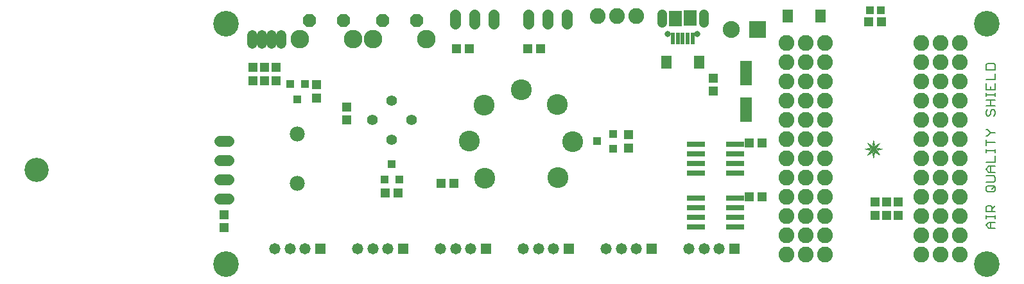
<source format=gts>
G75*
%MOIN*%
%OFA0B0*%
%FSLAX24Y24*%
%IPPOS*%
%LPD*%
%AMOC8*
5,1,8,0,0,1.08239X$1,22.5*
%
%ADD10C,0.1330*%
%ADD11C,0.0080*%
%ADD12C,0.0820*%
%ADD13C,0.0552*%
%ADD14C,0.1080*%
%ADD15R,0.0580X0.0580*%
%ADD16C,0.0580*%
%ADD17R,0.0474X0.0513*%
%ADD18C,0.0530*%
%ADD19C,0.0780*%
%ADD20R,0.0395X0.0434*%
%ADD21R,0.0880X0.0880*%
%ADD22C,0.0880*%
%ADD23R,0.0513X0.0474*%
%ADD24R,0.0395X0.0395*%
%ADD25R,0.0631X0.1261*%
%ADD26C,0.0560*%
%ADD27C,0.0552*%
%ADD28C,0.1261*%
%ADD29R,0.0580X0.0659*%
%ADD30R,0.0237X0.0611*%
%ADD31R,0.0671X0.0828*%
%ADD32C,0.0316*%
%ADD33C,0.0513*%
%ADD34R,0.0434X0.0395*%
%ADD35R,0.0946X0.0316*%
%ADD36OC8,0.0680*%
%ADD37C,0.0965*%
%ADD38C,0.0010*%
D10*
X011250Y002352D03*
X011250Y014852D03*
X050750Y014852D03*
X050750Y002352D03*
D11*
X050850Y004229D02*
X050690Y004389D01*
X050850Y004550D01*
X051170Y004550D01*
X051170Y004745D02*
X051170Y004905D01*
X051170Y004825D02*
X050690Y004825D01*
X050690Y004745D02*
X050690Y004905D01*
X050690Y005089D02*
X050690Y005329D01*
X050770Y005409D01*
X050930Y005409D01*
X051010Y005329D01*
X051010Y005089D01*
X051010Y005249D02*
X051170Y005409D01*
X051170Y005089D02*
X050690Y005089D01*
X050930Y004550D02*
X050930Y004229D01*
X050850Y004229D02*
X051170Y004229D01*
X051090Y006120D02*
X050770Y006120D01*
X050690Y006200D01*
X050690Y006360D01*
X050770Y006440D01*
X051090Y006440D01*
X051170Y006360D01*
X051170Y006200D01*
X051090Y006120D01*
X051010Y006280D02*
X051170Y006440D01*
X051090Y006636D02*
X050690Y006636D01*
X050690Y006956D02*
X051090Y006956D01*
X051170Y006876D01*
X051170Y006716D01*
X051090Y006636D01*
X051170Y007151D02*
X050850Y007151D01*
X050690Y007311D01*
X050850Y007472D01*
X051170Y007472D01*
X051170Y007667D02*
X050690Y007667D01*
X050930Y007472D02*
X050930Y007151D01*
X051170Y007667D02*
X051170Y007987D01*
X051170Y008183D02*
X051170Y008343D01*
X051170Y008263D02*
X050690Y008263D01*
X050690Y008183D02*
X050690Y008343D01*
X050690Y008526D02*
X050690Y008847D01*
X050690Y008686D02*
X051170Y008686D01*
X050770Y009042D02*
X050930Y009202D01*
X051170Y009202D01*
X050930Y009202D02*
X050770Y009362D01*
X050690Y009362D01*
X050690Y009042D02*
X050770Y009042D01*
X050770Y010073D02*
X050850Y010073D01*
X050930Y010153D01*
X050930Y010313D01*
X051010Y010393D01*
X051090Y010393D01*
X051170Y010313D01*
X051170Y010153D01*
X051090Y010073D01*
X050770Y010073D02*
X050690Y010153D01*
X050690Y010313D01*
X050770Y010393D01*
X050690Y010589D02*
X051170Y010589D01*
X050930Y010589D02*
X050930Y010909D01*
X050690Y010909D02*
X051170Y010909D01*
X051170Y011104D02*
X051170Y011265D01*
X051170Y011185D02*
X050690Y011185D01*
X050690Y011265D02*
X050690Y011104D01*
X050690Y011448D02*
X051170Y011448D01*
X051170Y011769D01*
X051170Y011964D02*
X050690Y011964D01*
X050690Y011769D02*
X050690Y011448D01*
X050930Y011448D02*
X050930Y011608D01*
X051170Y011964D02*
X051170Y012284D01*
X051170Y012480D02*
X050690Y012480D01*
X050690Y012720D01*
X050770Y012800D01*
X051090Y012800D01*
X051170Y012720D01*
X051170Y012480D01*
D12*
X049350Y012852D03*
X048350Y012852D03*
X047350Y012852D03*
X047350Y013852D03*
X048350Y013852D03*
X049350Y013852D03*
X049350Y011852D03*
X048350Y011852D03*
X047350Y011852D03*
X047350Y010852D03*
X048350Y010852D03*
X049350Y010852D03*
X049350Y009852D03*
X048350Y009852D03*
X047350Y009852D03*
X047350Y008852D03*
X048350Y008852D03*
X049350Y008852D03*
X049350Y007852D03*
X048350Y007852D03*
X047350Y007852D03*
X047350Y006852D03*
X048350Y006852D03*
X049350Y006852D03*
X049350Y005852D03*
X048350Y005852D03*
X047350Y005852D03*
X047350Y004852D03*
X048350Y004852D03*
X049350Y004852D03*
X049350Y003852D03*
X048350Y003852D03*
X047350Y003852D03*
X047350Y002852D03*
X048350Y002852D03*
X049350Y002852D03*
X042350Y002852D03*
X041350Y002852D03*
X040350Y002852D03*
X040350Y003852D03*
X041350Y003852D03*
X042350Y003852D03*
X042350Y004852D03*
X041350Y004852D03*
X040350Y004852D03*
X040350Y005852D03*
X041350Y005852D03*
X042350Y005852D03*
X042350Y006852D03*
X041350Y006852D03*
X040350Y006852D03*
X040350Y007852D03*
X041350Y007852D03*
X042350Y007852D03*
X042350Y008852D03*
X041350Y008852D03*
X040350Y008852D03*
X040350Y009852D03*
X041350Y009852D03*
X042350Y009852D03*
X042350Y010852D03*
X041350Y010852D03*
X040350Y010852D03*
X040350Y011852D03*
X041350Y011852D03*
X042350Y011852D03*
X042350Y012852D03*
X041350Y012852D03*
X040350Y012852D03*
X040350Y013852D03*
X041350Y013852D03*
X042350Y013852D03*
X032550Y015252D03*
X031550Y015252D03*
X030550Y015252D03*
D13*
X019850Y010856D03*
X018846Y009852D03*
X020854Y009852D03*
X019850Y008848D03*
D14*
X023858Y008785D03*
X024669Y006825D03*
X028477Y006872D03*
X029242Y008719D03*
X028431Y010679D03*
X026583Y011445D03*
X024623Y010633D03*
D15*
X024731Y003152D03*
X020431Y003152D03*
X016131Y003152D03*
X029031Y003152D03*
X033331Y003152D03*
X037631Y003152D03*
D16*
X036844Y003152D03*
X036056Y003152D03*
X035269Y003152D03*
X032544Y003152D03*
X031756Y003152D03*
X030969Y003152D03*
X028244Y003152D03*
X027456Y003152D03*
X026669Y003152D03*
X023944Y003152D03*
X023156Y003152D03*
X022369Y003152D03*
X019644Y003152D03*
X018856Y003152D03*
X018069Y003152D03*
X015344Y003152D03*
X014556Y003152D03*
X013769Y003152D03*
D17*
X011150Y004268D03*
X011150Y004937D03*
X017500Y009868D03*
X017500Y010537D03*
X015950Y011018D03*
X015950Y011687D03*
X013850Y011918D03*
X013250Y011918D03*
X012650Y011918D03*
X012650Y012587D03*
X013250Y012587D03*
X013850Y012587D03*
X032150Y009087D03*
X032150Y008418D03*
X036550Y011368D03*
X036550Y012037D03*
X044950Y005587D03*
X045550Y005587D03*
X046150Y005587D03*
X046150Y004918D03*
X045550Y004918D03*
X044950Y004918D03*
D18*
X014100Y013827D02*
X014100Y014277D01*
X013600Y014277D02*
X013600Y013827D01*
X013100Y013827D02*
X013100Y014277D01*
X012600Y014277D02*
X012600Y013827D01*
D19*
X014950Y009132D03*
X014950Y006573D03*
D20*
X019476Y006759D03*
X020224Y006759D03*
X019850Y007585D03*
X014950Y010919D03*
X014576Y011746D03*
X015324Y011746D03*
D21*
X038850Y014552D03*
D22*
X037472Y014552D03*
D23*
X044615Y014952D03*
X045285Y014952D03*
X027585Y013552D03*
X026915Y013552D03*
X023885Y013552D03*
X023215Y013552D03*
X038415Y008652D03*
X039085Y008652D03*
X039085Y005852D03*
X038415Y005852D03*
X023085Y006552D03*
X022415Y006552D03*
X020185Y006052D03*
X019515Y006052D03*
D24*
X044655Y015552D03*
X045245Y015552D03*
D25*
X038250Y012297D03*
X038250Y010407D03*
D26*
X028950Y014862D02*
X028950Y015342D01*
X027950Y015342D02*
X027950Y014862D01*
X026950Y014862D02*
X026950Y015342D01*
X025150Y015342D02*
X025150Y014862D01*
X024150Y014862D02*
X024150Y015342D01*
X023150Y015342D02*
X023150Y014862D01*
D27*
X011386Y008752D02*
X010914Y008752D01*
X010914Y007752D02*
X011386Y007752D01*
X011386Y006752D02*
X010914Y006752D01*
X010914Y005752D02*
X011386Y005752D01*
D28*
X001400Y007252D03*
D29*
X034104Y012852D03*
X035796Y012852D03*
X040404Y015252D03*
X042096Y015252D03*
D30*
X035462Y014099D03*
X035206Y014099D03*
X034950Y014099D03*
X034694Y014099D03*
X034438Y014099D03*
D31*
X034556Y015148D03*
X035344Y015152D03*
D32*
X035718Y014325D03*
X034182Y014325D03*
D33*
X033857Y014936D02*
X033857Y015369D01*
X036043Y015369D02*
X036043Y014936D01*
D34*
X031344Y009126D03*
X030517Y008752D03*
X031344Y008378D03*
D35*
X035626Y008602D03*
X035626Y008102D03*
X035626Y007602D03*
X035626Y007102D03*
X037674Y007102D03*
X037674Y007602D03*
X037674Y008102D03*
X037674Y008602D03*
X037674Y005802D03*
X037674Y005302D03*
X037674Y004802D03*
X037674Y004302D03*
X035626Y004302D03*
X035626Y004802D03*
X035626Y005302D03*
X035626Y005802D03*
D36*
X021140Y015042D03*
X019360Y015042D03*
X017340Y015042D03*
X015560Y015042D03*
D37*
X015070Y014062D03*
X017830Y014062D03*
X018870Y014062D03*
X021630Y014062D03*
D38*
X044410Y008362D02*
X044640Y008312D01*
X044680Y008362D01*
X044640Y008412D01*
X044410Y008362D01*
X044411Y008362D02*
X044680Y008362D01*
X044673Y008354D02*
X044448Y008354D01*
X044450Y008371D02*
X044673Y008371D01*
X044666Y008379D02*
X044489Y008379D01*
X044487Y008345D02*
X044667Y008345D01*
X044660Y008337D02*
X044526Y008337D01*
X044565Y008328D02*
X044653Y008328D01*
X044646Y008320D02*
X044605Y008320D01*
X044606Y008405D02*
X044646Y008405D01*
X044653Y008396D02*
X044567Y008396D01*
X044528Y008388D02*
X044659Y008388D01*
X044708Y008413D02*
X044994Y008413D01*
X044988Y008405D02*
X044713Y008405D01*
X044718Y008396D02*
X044983Y008396D01*
X044977Y008388D02*
X044724Y008388D01*
X044729Y008379D02*
X044971Y008379D01*
X044966Y008371D02*
X044734Y008371D01*
X044740Y008362D02*
X044960Y008362D01*
X045160Y008662D01*
X044850Y008472D01*
X044550Y008662D01*
X044740Y008362D01*
X044540Y008042D01*
X044850Y008242D01*
X045160Y008052D01*
X044960Y008362D01*
X044965Y008354D02*
X044735Y008354D01*
X044730Y008345D02*
X044971Y008345D01*
X044976Y008337D02*
X044724Y008337D01*
X044719Y008328D02*
X044982Y008328D01*
X044987Y008320D02*
X044714Y008320D01*
X044708Y008311D02*
X044993Y008311D01*
X044998Y008303D02*
X044703Y008303D01*
X044698Y008294D02*
X045004Y008294D01*
X045009Y008286D02*
X044692Y008286D01*
X044687Y008277D02*
X045015Y008277D01*
X045020Y008269D02*
X044682Y008269D01*
X044676Y008260D02*
X045026Y008260D01*
X045031Y008252D02*
X044671Y008252D01*
X044666Y008243D02*
X045037Y008243D01*
X045042Y008235D02*
X044862Y008235D01*
X044876Y008226D02*
X045048Y008226D01*
X045053Y008218D02*
X044890Y008218D01*
X044904Y008209D02*
X045059Y008209D01*
X045064Y008201D02*
X044917Y008201D01*
X044931Y008192D02*
X045070Y008192D01*
X045075Y008184D02*
X044945Y008184D01*
X044959Y008175D02*
X045081Y008175D01*
X045086Y008167D02*
X044973Y008167D01*
X044987Y008158D02*
X045091Y008158D01*
X045097Y008150D02*
X045001Y008150D01*
X045014Y008141D02*
X045102Y008141D01*
X045108Y008133D02*
X045028Y008133D01*
X045042Y008124D02*
X045113Y008124D01*
X045119Y008116D02*
X045056Y008116D01*
X045070Y008107D02*
X045124Y008107D01*
X045130Y008099D02*
X045084Y008099D01*
X045098Y008090D02*
X045135Y008090D01*
X045141Y008082D02*
X045112Y008082D01*
X045125Y008073D02*
X045146Y008073D01*
X045139Y008065D02*
X045152Y008065D01*
X045153Y008056D02*
X045157Y008056D01*
X044891Y008107D02*
X044809Y008107D01*
X044811Y008099D02*
X044889Y008099D01*
X044887Y008090D02*
X044813Y008090D01*
X044815Y008082D02*
X044885Y008082D01*
X044884Y008073D02*
X044816Y008073D01*
X044818Y008065D02*
X044882Y008065D01*
X044880Y008056D02*
X044820Y008056D01*
X044822Y008048D02*
X044878Y008048D01*
X044876Y008039D02*
X044823Y008039D01*
X044825Y008031D02*
X044875Y008031D01*
X044873Y008022D02*
X044827Y008022D01*
X044829Y008014D02*
X044871Y008014D01*
X044869Y008005D02*
X044831Y008005D01*
X044832Y007997D02*
X044868Y007997D01*
X044866Y007988D02*
X044834Y007988D01*
X044836Y007980D02*
X044864Y007980D01*
X044862Y007971D02*
X044838Y007971D01*
X044839Y007963D02*
X044861Y007963D01*
X044859Y007954D02*
X044841Y007954D01*
X044843Y007946D02*
X044857Y007946D01*
X044855Y007937D02*
X044845Y007937D01*
X044847Y007929D02*
X044853Y007929D01*
X044852Y007920D02*
X044848Y007920D01*
X044850Y007912D02*
X044900Y008152D01*
X044850Y008182D01*
X044800Y008152D01*
X044850Y007912D01*
X044808Y008116D02*
X044892Y008116D01*
X044894Y008124D02*
X044806Y008124D01*
X044804Y008133D02*
X044896Y008133D01*
X044898Y008141D02*
X044802Y008141D01*
X044800Y008150D02*
X044900Y008150D01*
X044890Y008158D02*
X044810Y008158D01*
X044825Y008167D02*
X044875Y008167D01*
X044861Y008175D02*
X044839Y008175D01*
X044812Y008218D02*
X044650Y008218D01*
X044655Y008226D02*
X044826Y008226D01*
X044839Y008235D02*
X044660Y008235D01*
X044645Y008209D02*
X044799Y008209D01*
X044786Y008201D02*
X044639Y008201D01*
X044634Y008192D02*
X044773Y008192D01*
X044760Y008184D02*
X044629Y008184D01*
X044623Y008175D02*
X044746Y008175D01*
X044733Y008167D02*
X044618Y008167D01*
X044613Y008158D02*
X044720Y008158D01*
X044707Y008150D02*
X044607Y008150D01*
X044602Y008141D02*
X044694Y008141D01*
X044681Y008133D02*
X044597Y008133D01*
X044591Y008124D02*
X044667Y008124D01*
X044654Y008116D02*
X044586Y008116D01*
X044581Y008107D02*
X044641Y008107D01*
X044628Y008099D02*
X044575Y008099D01*
X044570Y008090D02*
X044615Y008090D01*
X044602Y008082D02*
X044565Y008082D01*
X044560Y008073D02*
X044588Y008073D01*
X044575Y008065D02*
X044554Y008065D01*
X044549Y008056D02*
X044562Y008056D01*
X044549Y008048D02*
X044544Y008048D01*
X044702Y008422D02*
X045000Y008422D01*
X045005Y008430D02*
X044697Y008430D01*
X044691Y008439D02*
X045011Y008439D01*
X045017Y008447D02*
X044686Y008447D01*
X044681Y008456D02*
X045022Y008456D01*
X045028Y008464D02*
X044675Y008464D01*
X044670Y008473D02*
X044849Y008473D01*
X044851Y008473D02*
X045034Y008473D01*
X045039Y008481D02*
X044865Y008481D01*
X044879Y008490D02*
X045045Y008490D01*
X045051Y008498D02*
X044893Y008498D01*
X044907Y008507D02*
X045056Y008507D01*
X045062Y008515D02*
X044921Y008515D01*
X044934Y008524D02*
X045068Y008524D01*
X045073Y008532D02*
X044948Y008532D01*
X044962Y008541D02*
X045079Y008541D01*
X045085Y008549D02*
X044976Y008549D01*
X044990Y008558D02*
X045090Y008558D01*
X045096Y008566D02*
X045004Y008566D01*
X045018Y008575D02*
X045102Y008575D01*
X045107Y008583D02*
X045031Y008583D01*
X045045Y008592D02*
X045113Y008592D01*
X045119Y008600D02*
X045059Y008600D01*
X045073Y008609D02*
X045124Y008609D01*
X045130Y008617D02*
X045087Y008617D01*
X045101Y008626D02*
X045136Y008626D01*
X045141Y008634D02*
X045115Y008634D01*
X045129Y008643D02*
X045147Y008643D01*
X045142Y008651D02*
X045153Y008651D01*
X045156Y008660D02*
X045158Y008660D01*
X044892Y008600D02*
X044808Y008600D01*
X044806Y008592D02*
X044894Y008592D01*
X044896Y008583D02*
X044804Y008583D01*
X044803Y008575D02*
X044897Y008575D01*
X044899Y008566D02*
X044801Y008566D01*
X044800Y008562D02*
X044850Y008532D01*
X044900Y008562D01*
X044850Y008802D01*
X044800Y008562D01*
X044807Y008558D02*
X044893Y008558D01*
X044879Y008549D02*
X044821Y008549D01*
X044835Y008541D02*
X044865Y008541D01*
X044850Y008532D02*
X044850Y008532D01*
X044822Y008490D02*
X044659Y008490D01*
X044654Y008498D02*
X044809Y008498D01*
X044795Y008507D02*
X044648Y008507D01*
X044643Y008515D02*
X044782Y008515D01*
X044768Y008524D02*
X044638Y008524D01*
X044632Y008532D02*
X044755Y008532D01*
X044742Y008541D02*
X044627Y008541D01*
X044621Y008549D02*
X044728Y008549D01*
X044715Y008558D02*
X044616Y008558D01*
X044611Y008566D02*
X044701Y008566D01*
X044688Y008575D02*
X044605Y008575D01*
X044600Y008583D02*
X044674Y008583D01*
X044661Y008592D02*
X044595Y008592D01*
X044589Y008600D02*
X044648Y008600D01*
X044634Y008609D02*
X044584Y008609D01*
X044578Y008617D02*
X044621Y008617D01*
X044607Y008626D02*
X044573Y008626D01*
X044568Y008634D02*
X044594Y008634D01*
X044580Y008643D02*
X044562Y008643D01*
X044557Y008651D02*
X044567Y008651D01*
X044554Y008660D02*
X044551Y008660D01*
X044664Y008481D02*
X044835Y008481D01*
X044810Y008609D02*
X044890Y008609D01*
X044888Y008617D02*
X044812Y008617D01*
X044813Y008626D02*
X044887Y008626D01*
X044885Y008634D02*
X044815Y008634D01*
X044817Y008643D02*
X044883Y008643D01*
X044881Y008651D02*
X044819Y008651D01*
X044820Y008660D02*
X044880Y008660D01*
X044878Y008668D02*
X044822Y008668D01*
X044824Y008677D02*
X044876Y008677D01*
X044874Y008685D02*
X044826Y008685D01*
X044827Y008694D02*
X044873Y008694D01*
X044871Y008702D02*
X044829Y008702D01*
X044831Y008711D02*
X044869Y008711D01*
X044867Y008719D02*
X044833Y008719D01*
X044835Y008728D02*
X044865Y008728D01*
X044864Y008736D02*
X044836Y008736D01*
X044838Y008745D02*
X044862Y008745D01*
X044860Y008753D02*
X044840Y008753D01*
X044842Y008762D02*
X044858Y008762D01*
X044857Y008770D02*
X044843Y008770D01*
X044845Y008779D02*
X044855Y008779D01*
X044853Y008787D02*
X044847Y008787D01*
X044849Y008796D02*
X044851Y008796D01*
X045060Y008412D02*
X045030Y008362D01*
X045060Y008312D01*
X045290Y008362D01*
X045060Y008412D01*
X045056Y008405D02*
X045094Y008405D01*
X045133Y008396D02*
X045051Y008396D01*
X045045Y008388D02*
X045172Y008388D01*
X045211Y008379D02*
X045040Y008379D01*
X045035Y008371D02*
X045250Y008371D01*
X045252Y008354D02*
X045035Y008354D01*
X045030Y008362D02*
X045289Y008362D01*
X045213Y008345D02*
X045040Y008345D01*
X045045Y008337D02*
X045174Y008337D01*
X045135Y008328D02*
X045050Y008328D01*
X045055Y008320D02*
X045095Y008320D01*
M02*

</source>
